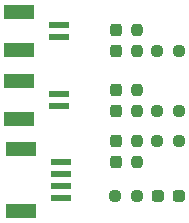
<source format=gbr>
%TF.GenerationSoftware,KiCad,Pcbnew,9.0.1*%
%TF.CreationDate,2025-04-15T19:42:40+08:00*%
%TF.ProjectId,HallConnector,48616c6c-436f-46e6-9e65-63746f722e6b,rev?*%
%TF.SameCoordinates,Original*%
%TF.FileFunction,Paste,Top*%
%TF.FilePolarity,Positive*%
%FSLAX46Y46*%
G04 Gerber Fmt 4.6, Leading zero omitted, Abs format (unit mm)*
G04 Created by KiCad (PCBNEW 9.0.1) date 2025-04-15 19:42:40*
%MOMM*%
%LPD*%
G01*
G04 APERTURE LIST*
G04 Aperture macros list*
%AMRoundRect*
0 Rectangle with rounded corners*
0 $1 Rounding radius*
0 $2 $3 $4 $5 $6 $7 $8 $9 X,Y pos of 4 corners*
0 Add a 4 corners polygon primitive as box body*
4,1,4,$2,$3,$4,$5,$6,$7,$8,$9,$2,$3,0*
0 Add four circle primitives for the rounded corners*
1,1,$1+$1,$2,$3*
1,1,$1+$1,$4,$5*
1,1,$1+$1,$6,$7*
1,1,$1+$1,$8,$9*
0 Add four rect primitives between the rounded corners*
20,1,$1+$1,$2,$3,$4,$5,0*
20,1,$1+$1,$4,$5,$6,$7,0*
20,1,$1+$1,$6,$7,$8,$9,0*
20,1,$1+$1,$8,$9,$2,$3,0*%
G04 Aperture macros list end*
%ADD10RoundRect,0.237500X0.250000X0.237500X-0.250000X0.237500X-0.250000X-0.237500X0.250000X-0.237500X0*%
%ADD11RoundRect,0.237500X-0.287500X-0.237500X0.287500X-0.237500X0.287500X0.237500X-0.287500X0.237500X0*%
%ADD12R,1.700000X0.500000*%
%ADD13R,2.500000X1.200000*%
%ADD14RoundRect,0.237500X0.237500X-0.300000X0.237500X0.300000X-0.237500X0.300000X-0.237500X-0.300000X0*%
%ADD15RoundRect,0.237500X-0.250000X-0.237500X0.250000X-0.237500X0.250000X0.237500X-0.250000X0.237500X0*%
%ADD16RoundRect,0.237500X-0.237500X0.250000X-0.237500X-0.250000X0.237500X-0.250000X0.237500X0.250000X0*%
%ADD17RoundRect,0.237500X0.237500X-0.250000X0.237500X0.250000X-0.237500X0.250000X-0.237500X-0.250000X0*%
%ADD18RoundRect,0.237500X-0.237500X0.300000X-0.237500X-0.300000X0.237500X-0.300000X0.237500X0.300000X0*%
G04 APERTURE END LIST*
D10*
%TO.C,R7*%
X131595500Y-67691000D03*
X129770500Y-67691000D03*
%TD*%
D11*
%TO.C,D4*%
X133364000Y-67691000D03*
X135114000Y-67691000D03*
%TD*%
D12*
%TO.C,U2*%
X125026500Y-53221000D03*
X125026500Y-54221000D03*
D13*
X121626500Y-55321000D03*
X121626500Y-52121000D03*
%TD*%
D14*
%TO.C,C2*%
X129794000Y-60425500D03*
X129794000Y-58700500D03*
%TD*%
D12*
%TO.C,CN3*%
X125153500Y-64794000D03*
X125153500Y-65794000D03*
X125153500Y-66794000D03*
X125153500Y-67794000D03*
D13*
X121753500Y-63694000D03*
X121753500Y-68894000D03*
%TD*%
D15*
%TO.C,R6*%
X133326500Y-55372000D03*
X135151500Y-55372000D03*
%TD*%
D16*
%TO.C,R2*%
X131572000Y-58650500D03*
X131572000Y-60475500D03*
%TD*%
D12*
%TO.C,U1*%
X125026500Y-59020000D03*
X125026500Y-60020000D03*
D13*
X121626500Y-61120000D03*
X121626500Y-57920000D03*
%TD*%
D15*
%TO.C,R5*%
X133326500Y-60452000D03*
X135151500Y-60452000D03*
%TD*%
D14*
%TO.C,C1*%
X129794000Y-55345500D03*
X129794000Y-53620500D03*
%TD*%
D16*
%TO.C,R1*%
X131572000Y-53570500D03*
X131572000Y-55395500D03*
%TD*%
D17*
%TO.C,R3*%
X131572000Y-64793500D03*
X131572000Y-62968500D03*
%TD*%
D18*
%TO.C,C3*%
X129794000Y-63018500D03*
X129794000Y-64743500D03*
%TD*%
D15*
%TO.C,R4*%
X133326500Y-62992000D03*
X135151500Y-62992000D03*
%TD*%
M02*

</source>
